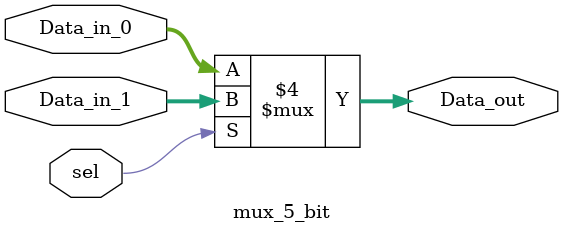
<source format=v>
module mux_5_bit(Data_in_0, Data_in_1, sel, Data_out);

	input [4:0] Data_in_0;
	input [4:0] Data_in_1;
	input sel;
	output reg [4:0] Data_out;

	always @(Data_in_0,Data_in_1,sel)
	begin
		if(sel == 0) 
			Data_out = Data_in_0;
		else
			Data_out = Data_in_1;
	end
endmodule


</source>
